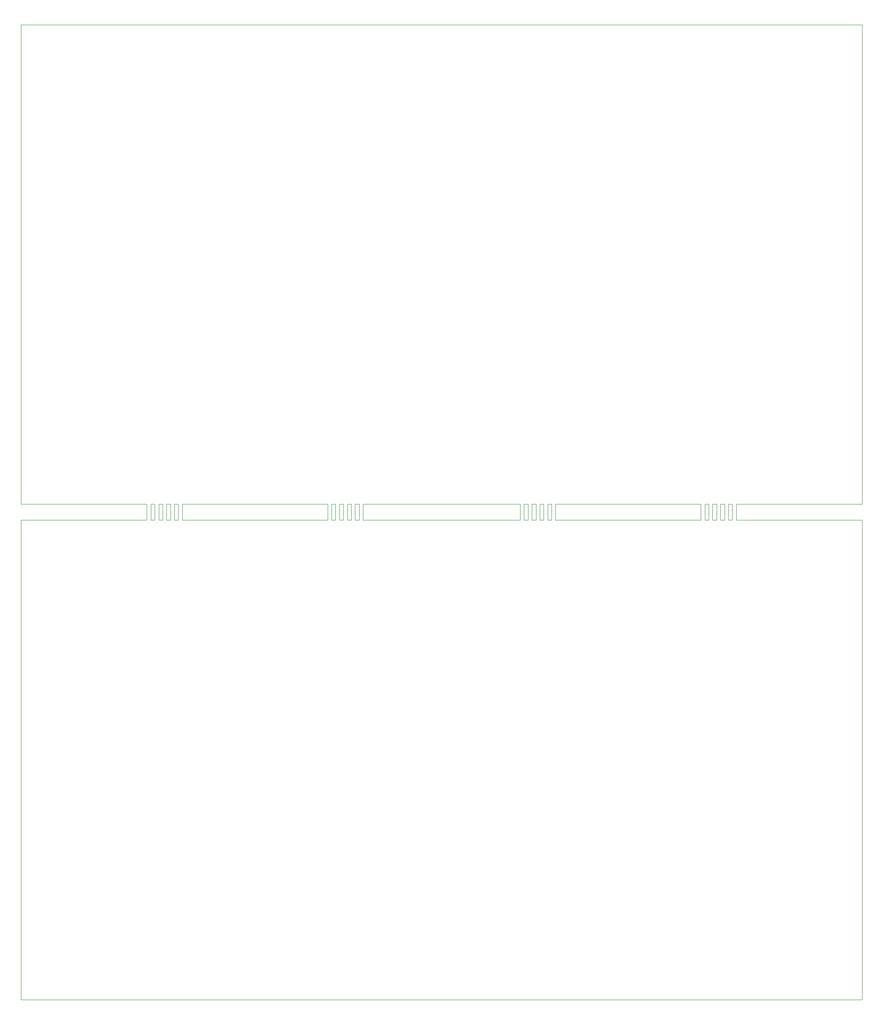
<source format=gbr>
G04 #@! TF.GenerationSoftware,KiCad,Pcbnew,(5.1.5)-3*
G04 #@! TF.CreationDate,2020-05-03T20:55:52-04:00*
G04 #@! TF.ProjectId,SideCar1.0,53696465-4361-4723-912e-302e6b696361,rev?*
G04 #@! TF.SameCoordinates,Original*
G04 #@! TF.FileFunction,Profile,NP*
%FSLAX46Y46*%
G04 Gerber Fmt 4.6, Leading zero omitted, Abs format (unit mm)*
G04 Created by KiCad (PCBNEW (5.1.5)-3) date 2020-05-03 20:55:52*
%MOMM*%
%LPD*%
G04 APERTURE LIST*
%ADD10C,0.050000*%
G04 APERTURE END LIST*
D10*
X226218750Y-192087500D02*
X194468750Y-192087500D01*
X226218750Y-195262500D02*
X226218750Y-192087500D01*
X194468750Y-195262500D02*
X226218750Y-195262500D01*
X194468750Y-192087500D02*
X194468750Y-195262500D01*
X227012500Y-195262500D02*
X227012500Y-192087500D01*
X230981250Y-192087500D02*
X230981250Y-195262500D01*
X230187500Y-192087500D02*
X230981250Y-192087500D01*
X227012500Y-192087500D02*
X227806250Y-192087500D01*
X232568750Y-195262500D02*
X231775000Y-195262500D01*
X228600000Y-192087500D02*
X229393750Y-192087500D01*
X232568750Y-192087500D02*
X232568750Y-195262500D01*
X229393750Y-195262500D02*
X228600000Y-195262500D01*
X227806250Y-192087500D02*
X227806250Y-195262500D01*
X229393750Y-192087500D02*
X229393750Y-195262500D01*
X231775000Y-195262500D02*
X231775000Y-192087500D01*
X228600000Y-195262500D02*
X228600000Y-192087500D01*
X227806250Y-195262500D02*
X227012500Y-195262500D01*
X230981250Y-195262500D02*
X230187500Y-195262500D01*
X231775000Y-192087500D02*
X232568750Y-192087500D01*
X230187500Y-195262500D02*
X230187500Y-192087500D01*
X188118750Y-195262500D02*
X188118750Y-192087500D01*
X192087500Y-192087500D02*
X192087500Y-195262500D01*
X191293750Y-192087500D02*
X192087500Y-192087500D01*
X188118750Y-192087500D02*
X188912500Y-192087500D01*
X193675000Y-195262500D02*
X192881250Y-195262500D01*
X189706250Y-192087500D02*
X190500000Y-192087500D01*
X193675000Y-192087500D02*
X193675000Y-195262500D01*
X190500000Y-195262500D02*
X189706250Y-195262500D01*
X188912500Y-192087500D02*
X188912500Y-195262500D01*
X190500000Y-192087500D02*
X190500000Y-195262500D01*
X192881250Y-195262500D02*
X192881250Y-192087500D01*
X189706250Y-195262500D02*
X189706250Y-192087500D01*
X188912500Y-195262500D02*
X188118750Y-195262500D01*
X192087500Y-195262500D02*
X191293750Y-195262500D01*
X192881250Y-192087500D02*
X193675000Y-192087500D01*
X191293750Y-195262500D02*
X191293750Y-192087500D01*
X233362500Y-192087500D02*
X262731250Y-192087500D01*
X262731250Y-195262500D02*
X238125000Y-195262500D01*
X262731250Y-192087500D02*
X262731250Y-195262500D01*
X233362500Y-192087500D02*
X233362500Y-195262500D01*
X233362500Y-195262500D02*
X238125000Y-195262500D01*
X187325000Y-195262500D02*
X162718750Y-195262500D01*
X187325000Y-192087500D02*
X187325000Y-195262500D01*
X157956250Y-192087500D02*
X187325000Y-192087500D01*
X264318750Y-195262500D02*
X264318750Y-192087500D01*
X263525000Y-195262500D02*
X264318750Y-195262500D01*
X263525000Y-192087500D02*
X263525000Y-195262500D01*
X264318750Y-192087500D02*
X263525000Y-192087500D01*
X265906250Y-192881250D02*
X265906250Y-192087500D01*
X265906250Y-195262500D02*
X265906250Y-192881250D01*
X265112500Y-195262500D02*
X265906250Y-195262500D01*
X265112500Y-192087500D02*
X265112500Y-195262500D01*
X265906250Y-192087500D02*
X265112500Y-192087500D01*
X267493750Y-195262500D02*
X267493750Y-192087500D01*
X266700000Y-195262500D02*
X267493750Y-195262500D01*
X266700000Y-192087500D02*
X266700000Y-195262500D01*
X267493750Y-192087500D02*
X266700000Y-192087500D01*
X269081250Y-195262500D02*
X269081250Y-192087500D01*
X268287500Y-195262500D02*
X269081250Y-195262500D01*
X268287500Y-192087500D02*
X268287500Y-195262500D01*
X269081250Y-192087500D02*
X268287500Y-192087500D01*
X269875000Y-195262500D02*
X295275000Y-195262500D01*
X269875000Y-192087500D02*
X269875000Y-195262500D01*
X295275000Y-192087500D02*
X269875000Y-192087500D01*
X157956250Y-195262500D02*
X162718750Y-195262500D01*
X157956250Y-192087500D02*
X157956250Y-195262500D01*
X156368750Y-195262500D02*
X156368750Y-192087500D01*
X157162500Y-195262500D02*
X156368750Y-195262500D01*
X157162500Y-192087500D02*
X157162500Y-195262500D01*
X156368750Y-192087500D02*
X157162500Y-192087500D01*
X154781250Y-195262500D02*
X154781250Y-192087500D01*
X155575000Y-195262500D02*
X154781250Y-195262500D01*
X155575000Y-192087500D02*
X155575000Y-195262500D01*
X154781250Y-192087500D02*
X155575000Y-192087500D01*
X153193750Y-195262500D02*
X153193750Y-192087500D01*
X153987500Y-195262500D02*
X153193750Y-195262500D01*
X153987500Y-192087500D02*
X153987500Y-195262500D01*
X153193750Y-192087500D02*
X153987500Y-192087500D01*
X152400000Y-195262500D02*
X151606250Y-195262500D01*
X152400000Y-192087500D02*
X152400000Y-195262500D01*
X151606250Y-192087500D02*
X152400000Y-192087500D01*
X151606250Y-195262500D02*
X151606250Y-192087500D01*
X150812500Y-192087500D02*
X150812500Y-195262500D01*
X125412500Y-192087500D02*
X150812500Y-192087500D01*
X125412500Y-195262500D02*
X150812500Y-195262500D01*
X295275000Y-227012500D02*
X295275000Y-249237500D01*
X295275000Y-292100000D02*
X293687500Y-292100000D01*
X295275000Y-249237500D02*
X295275000Y-292100000D01*
X125412500Y-214312500D02*
X125412500Y-265112500D01*
X125412500Y-265112500D02*
X125412500Y-292100000D01*
X293687500Y-292100000D02*
X127000000Y-292100000D01*
X295275000Y-195262500D02*
X295275000Y-209550000D01*
X125412500Y-195262500D02*
X125412500Y-214312500D01*
X295275000Y-209550000D02*
X295275000Y-227012500D01*
X125412500Y-292100000D02*
X127000000Y-292100000D01*
X295275000Y-149225000D02*
X295275000Y-192087500D01*
X295275000Y-127000000D02*
X295275000Y-149225000D01*
X295275000Y-109537500D02*
X295275000Y-127000000D01*
X295275000Y-95250000D02*
X295275000Y-109537500D01*
X293687500Y-95250000D02*
X295275000Y-95250000D01*
X125412500Y-165100000D02*
X125412500Y-192087500D01*
X125412500Y-114300000D02*
X125412500Y-165100000D01*
X125412500Y-95250000D02*
X125412500Y-114300000D01*
X127000000Y-95250000D02*
X125412500Y-95250000D01*
X127000000Y-95250000D02*
X293687500Y-95250000D01*
M02*

</source>
